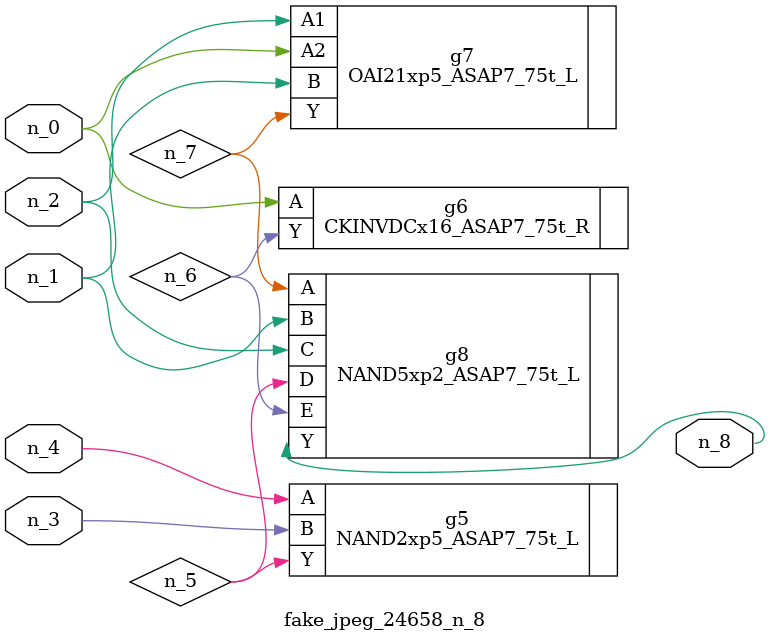
<source format=v>
module fake_jpeg_24658_n_8 (n_3, n_2, n_1, n_0, n_4, n_8);

input n_3;
input n_2;
input n_1;
input n_0;
input n_4;

output n_8;

wire n_6;
wire n_5;
wire n_7;

NAND2xp5_ASAP7_75t_L g5 ( 
.A(n_4),
.B(n_3),
.Y(n_5)
);

CKINVDCx16_ASAP7_75t_R g6 ( 
.A(n_0),
.Y(n_6)
);

OAI21xp5_ASAP7_75t_L g7 ( 
.A1(n_2),
.A2(n_0),
.B(n_1),
.Y(n_7)
);

NAND5xp2_ASAP7_75t_L g8 ( 
.A(n_7),
.B(n_1),
.C(n_2),
.D(n_5),
.E(n_6),
.Y(n_8)
);


endmodule
</source>
